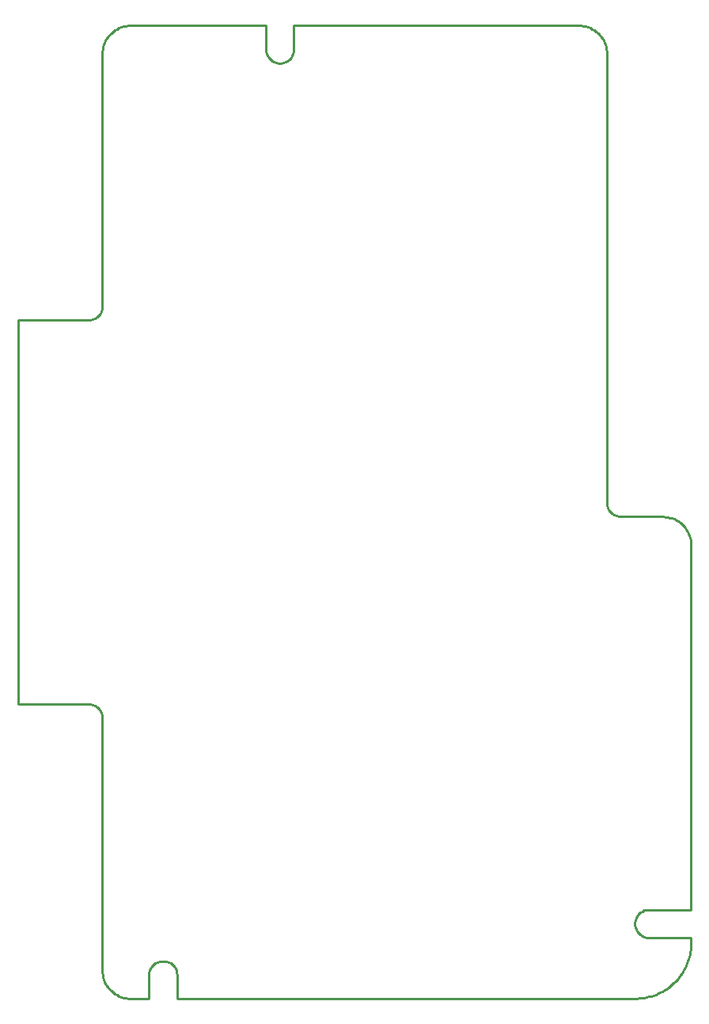
<source format=gko>
%FSLAX24Y24*%
%MOIN*%
G70*
G01*
G75*
%ADD10C,0.0090*%
%ADD11R,0.1142X0.0157*%
%ADD12R,0.0650X0.1024*%
%ADD13R,0.0079X0.0236*%
%ADD14R,0.0354X0.0118*%
%ADD15R,0.0118X0.0354*%
%ADD16R,0.0118X0.0118*%
%ADD17R,0.0709X0.0709*%
%ADD18R,0.0197X0.0138*%
%ADD19R,0.1260X0.0701*%
%ADD20R,0.1063X0.0472*%
%ADD21R,0.0630X0.0709*%
%ADD22R,0.0709X0.0630*%
%ADD23R,0.0512X0.0591*%
%ADD24R,0.0591X0.0512*%
%ADD25R,0.0394X0.0433*%
%ADD26R,0.0315X0.0551*%
%ADD27R,0.0591X0.0276*%
%ADD28R,0.0276X0.0591*%
%ADD29R,0.0591X0.0394*%
%ADD30R,0.0630X0.0630*%
%ADD31R,0.0315X0.0630*%
%ADD32R,0.0630X0.0315*%
%ADD33C,0.0056*%
%ADD34R,0.0276X0.0118*%
%ADD35R,0.0118X0.0276*%
%ADD36R,0.0276X0.0098*%
%ADD37R,0.0315X0.0098*%
%ADD38R,0.0248X0.0177*%
%ADD39R,0.0748X0.0945*%
%ADD40R,0.0413X0.0236*%
%ADD41R,0.0384X0.0079*%
%ADD42C,0.0079*%
%ADD43R,0.0384X0.0236*%
%ADD44R,0.0039X0.0157*%
%ADD45R,0.0098X0.0581*%
%ADD46O,0.0098X0.0079*%
%ADD47C,0.0011*%
%ADD48R,0.0236X0.0192*%
%ADD49R,0.0074X0.0064*%
%ADD50C,0.0010*%
%ADD51R,0.0035X0.0044*%
%ADD52R,0.0079X0.0202*%
%ADD53R,0.0226X0.0079*%
%ADD54R,0.0044X0.0035*%
%ADD55R,0.0202X0.0079*%
%ADD56R,0.0079X0.0226*%
%ADD57R,0.0192X0.0236*%
%ADD58O,0.0079X0.0098*%
%ADD59R,0.0384X0.0098*%
%ADD60R,0.0064X0.0074*%
%ADD61R,0.0482X0.0079*%
%ADD62R,0.0315X0.0079*%
%ADD63R,0.0079X0.0315*%
%ADD64R,0.0236X0.0217*%
%ADD65R,0.0098X0.0039*%
%ADD66R,0.0354X0.0315*%
%ADD67R,0.0551X0.0315*%
%ADD68R,0.0551X0.0453*%
%ADD69R,0.0236X0.0413*%
%ADD70C,0.0394*%
%ADD71R,0.2016X0.2087*%
%ADD72R,0.0236X0.0276*%
%ADD73R,0.0276X0.0236*%
%ADD74R,0.0433X0.0394*%
%ADD75R,0.0236X0.0472*%
%ADD76R,0.0157X0.0098*%
%ADD77R,0.0079X0.0197*%
%ADD78R,0.0197X0.0079*%
%ADD79R,0.0098X0.0315*%
%ADD80R,0.1457X0.1457*%
%ADD81R,0.1311X0.2756*%
%ADD82R,0.0118X0.0472*%
%ADD83C,0.0100*%
%ADD84C,0.0150*%
%ADD85C,0.0140*%
%ADD86C,0.0170*%
%ADD87C,0.0120*%
%ADD88C,0.0079*%
%ADD89C,0.0110*%
%ADD90C,0.0630*%
%ADD91C,0.0098*%
%ADD92C,0.0070*%
%ADD93C,0.0512*%
%ADD94C,0.0230*%
%ADD95C,0.0236*%
%ADD96C,0.0060*%
%ADD97C,0.0010*%
%ADD98C,0.0118*%
%ADD99R,0.0394X0.1083*%
%ADD100R,0.1033X0.0640*%
%ADD101R,0.1102X0.1102*%
%ADD102R,0.1063X0.0354*%
%ADD103R,0.0748X0.0709*%
%ADD104R,0.0630X0.1339*%
%ADD105R,0.0630X0.1358*%
%ADD106R,0.1654X0.0709*%
%ADD107R,0.0866X0.1614*%
%ADD108R,0.0453X0.0906*%
%ADD109R,0.1594X0.0610*%
%ADD110R,0.0512X0.1516*%
%ADD111R,0.2736X0.0433*%
%ADD112R,0.0787X0.0748*%
%ADD113R,0.2264X0.0689*%
%ADD114R,0.0689X0.0906*%
%ADD115R,0.0236X0.0610*%
%ADD116R,0.0177X0.0315*%
%ADD117R,0.1161X0.0787*%
%ADD118R,0.0689X0.0098*%
%ADD119R,0.0394X0.0571*%
%ADD120R,0.0728X0.0098*%
%ADD121R,0.0768X0.0335*%
%ADD122R,0.0217X0.0689*%
%ADD123R,0.0866X0.0689*%
%ADD124R,0.1319X0.0827*%
%ADD125R,0.0591X0.0276*%
%ADD126R,0.0630X0.1299*%
%ADD127R,0.0531X0.0354*%
%ADD128R,0.0177X0.0748*%
%ADD129R,0.0492X0.0236*%
%ADD130R,0.0335X0.1063*%
%ADD131R,0.0886X0.0610*%
%ADD132R,0.0512X0.0768*%
%ADD133R,0.0807X0.0551*%
%ADD134R,0.1457X0.0492*%
%ADD135R,0.0817X0.1181*%
%ADD136R,0.1801X0.0945*%
%ADD137R,0.0707X0.0295*%
%ADD138R,0.1772X0.0640*%
%ADD139C,0.0787*%
%ADD140C,0.2362*%
%ADD141C,0.0748*%
%ADD142C,0.0591*%
%ADD143C,0.0984*%
%ADD144C,0.2913*%
%ADD145C,0.0433*%
%ADD146C,0.0630*%
%ADD147C,0.0551*%
%ADD148C,0.0256*%
%ADD149C,0.0260*%
%ADD150C,0.0230*%
%ADD151C,0.0500*%
%ADD152C,0.0550*%
%ADD153C,0.0250*%
%ADD154C,0.0180*%
%ADD155C,0.0400*%
%ADD156C,0.0450*%
%ADD157C,0.0095*%
%ADD158C,0.0310*%
%ADD159C,0.0200*%
%ADD160C,0.0197*%
%ADD161R,0.0276X0.0512*%
%ADD162R,0.0738X0.0315*%
%ADD163R,0.0571X0.0315*%
%ADD164R,0.0276X0.0512*%
%ADD165R,0.1969X0.1929*%
%ADD166R,0.0640X0.0394*%
%ADD167R,0.0138X0.0315*%
%ADD168R,0.0787X0.1969*%
%ADD169R,0.1969X0.0787*%
%ADD170C,0.0020*%
%ADD171C,0.0335*%
%ADD172C,0.0354*%
%ADD173C,0.0402*%
%ADD174C,0.0128*%
%ADD175R,0.0276X0.0276*%
%ADD176R,0.0569X0.0402*%
%ADD177R,0.0394X0.2756*%
%ADD178R,0.0524X0.1575*%
%ADD179R,0.1102X0.0118*%
%ADD180R,0.0453X0.0827*%
%ADD181R,0.0157X0.0157*%
%ADD182R,0.0220X0.0161*%
%ADD183R,0.0193X0.0122*%
%ADD184R,0.0315X0.0354*%
%ADD185R,0.0181X0.0220*%
%ADD186R,0.0220X0.0181*%
%ADD187R,0.0354X0.0315*%
%ADD188R,0.0142X0.0378*%
%ADD189R,0.0173X0.0114*%
%ADD190R,0.1063X0.1063*%
%ADD191C,0.0423*%
%ADD192C,0.1211*%
%ADD193C,0.0404*%
%ADD194R,0.1173X0.0189*%
%ADD195R,0.0681X0.1055*%
%ADD196R,0.0110X0.0268*%
%ADD197R,0.0394X0.0157*%
%ADD198R,0.0157X0.0394*%
%ADD199R,0.0748X0.0748*%
%ADD200R,0.0236X0.0177*%
%ADD201R,0.1311X0.0752*%
%ADD202R,0.1114X0.0524*%
%ADD203R,0.0681X0.0760*%
%ADD204R,0.0760X0.0681*%
%ADD205R,0.0563X0.0642*%
%ADD206R,0.0642X0.0563*%
%ADD207R,0.0445X0.0484*%
%ADD208R,0.0395X0.0631*%
%ADD209R,0.0650X0.0335*%
%ADD210R,0.0335X0.0650*%
%ADD211R,0.0650X0.0453*%
%ADD212R,0.0710X0.0710*%
%ADD213R,0.0395X0.0710*%
%ADD214R,0.0710X0.0395*%
%ADD215R,0.0356X0.0198*%
%ADD216R,0.0198X0.0356*%
%ADD217R,0.0323X0.0146*%
%ADD218R,0.0362X0.0146*%
%ADD219R,0.0287X0.0217*%
%ADD220R,0.0787X0.0984*%
%ADD221R,0.0493X0.0316*%
%ADD222R,0.0423X0.0118*%
%ADD223C,0.0118*%
%ADD224R,0.0423X0.0276*%
%ADD225R,0.0138X0.0620*%
%ADD226O,0.0138X0.0118*%
%ADD227R,0.0276X0.0232*%
%ADD228R,0.0113X0.0103*%
%ADD229R,0.0074X0.0083*%
%ADD230R,0.0118X0.0241*%
%ADD231R,0.0266X0.0118*%
%ADD232R,0.0083X0.0074*%
%ADD233R,0.0241X0.0118*%
%ADD234R,0.0118X0.0266*%
%ADD235R,0.0232X0.0276*%
%ADD236O,0.0118X0.0138*%
%ADD237R,0.0423X0.0138*%
%ADD238R,0.0103X0.0113*%
%ADD239R,0.0522X0.0118*%
%ADD240R,0.0276X0.0256*%
%ADD241R,0.0138X0.0079*%
%ADD242R,0.0434X0.0395*%
%ADD243R,0.0631X0.0395*%
%ADD244R,0.0610X0.0512*%
%ADD245R,0.0316X0.0493*%
%ADD246C,0.0787*%
%ADD247R,0.0474X0.0513*%
%ADD248R,0.2096X0.2167*%
%ADD249R,0.0287X0.0327*%
%ADD250R,0.0327X0.0287*%
%ADD251R,0.0484X0.0445*%
%ADD252R,0.0118X0.0236*%
%ADD253R,0.0236X0.0118*%
%ADD254R,0.0150X0.0366*%
%ADD255R,0.0366X0.0150*%
%ADD256R,0.1508X0.1508*%
%ADD257R,0.1391X0.2836*%
%ADD258R,0.0157X0.0512*%
%ADD259C,0.0080*%
%ADD260C,0.0671*%
%ADD261C,0.1064*%
%ADD262C,0.0513*%
%ADD263C,0.0710*%
%ADD264C,0.0295*%
%ADD265C,0.0650*%
%ADD266C,0.0390*%
D10*
X420276Y397441D02*
X422047Y397441D01*
X420276Y396260D02*
X422047Y396260D01*
X419095Y413976D02*
X420866D01*
X400394Y393701D02*
Y394685D01*
X399213Y393701D02*
Y394685D01*
X398425Y393701D02*
X399213D01*
X404134Y433661D02*
Y434646D01*
X405315Y433661D02*
Y434646D01*
D83*
X420276Y397441D02*
X420178Y397433D01*
X420084Y397409D01*
X419995Y397370D01*
X419913Y397316D01*
X419841Y397250D01*
X419781Y397173D01*
X419735Y397088D01*
X419703Y396995D01*
X419687Y396899D01*
Y396802D01*
X419703Y396705D01*
X419735Y396613D01*
X419781Y396527D01*
X419841Y396450D01*
X419913Y396384D01*
X419995Y396331D01*
X420084Y396292D01*
X420178Y396268D01*
X420276Y396260D01*
X422047Y412795D02*
X422043Y412893D01*
X422031Y412990D01*
X422011Y413085D01*
X421983Y413179D01*
X421948Y413270D01*
X421905Y413357D01*
X421855Y413441D01*
X421798Y413521D01*
X421735Y413595D01*
X421666Y413664D01*
X421592Y413727D01*
X421512Y413784D01*
X421428Y413834D01*
X421341Y413877D01*
X421250Y413912D01*
X421156Y413940D01*
X421061Y413960D01*
X420964Y413972D01*
X420866Y413976D01*
X397244Y394882D02*
X397248Y394784D01*
X397260Y394688D01*
X397280Y394592D01*
X397308Y394498D01*
X397344Y394407D01*
X397386Y394320D01*
X397436Y394236D01*
X397493Y394156D01*
X397556Y394082D01*
X397625Y394013D01*
X397700Y393950D01*
X397779Y393893D01*
X397863Y393843D01*
X397951Y393800D01*
X398042Y393765D01*
X398135Y393737D01*
X398231Y393717D01*
X398328Y393705D01*
X398425Y393701D01*
Y434646D02*
X398328Y434642D01*
X398231Y434630D01*
X398135Y434610D01*
X398042Y434582D01*
X397951Y434546D01*
X397863Y434503D01*
X397779Y434453D01*
X397700Y434397D01*
X397625Y434334D01*
X397556Y434264D01*
X397493Y434190D01*
X397436Y434111D01*
X397386Y434027D01*
X397344Y433939D01*
X397308Y433848D01*
X397280Y433755D01*
X397260Y433659D01*
X397248Y433562D01*
X397244Y433465D01*
X396654Y422244D02*
X396756Y422253D01*
X396856Y422280D01*
X396949Y422323D01*
X397033Y422382D01*
X397106Y422455D01*
X397165Y422539D01*
X397208Y422633D01*
X397235Y422732D01*
X397244Y422835D01*
Y405512D02*
X397235Y405614D01*
X397208Y405714D01*
X397165Y405807D01*
X397106Y405891D01*
X397033Y405964D01*
X396949Y406023D01*
X396856Y406067D01*
X396756Y406093D01*
X396654Y406102D01*
X419685Y393701D02*
X419785Y393703D01*
X419885Y393709D01*
X419985Y393720D01*
X420084Y393735D01*
X420183Y393754D01*
X420280Y393777D01*
X420377Y393804D01*
X420472Y393836D01*
X420566Y393871D01*
X420658Y393910D01*
X420749Y393954D01*
X420837Y394001D01*
X420924Y394052D01*
X421008Y394106D01*
X421090Y394164D01*
X421169Y394225D01*
X421246Y394290D01*
X421320Y394358D01*
X421390Y394428D01*
X421458Y394502D01*
X421523Y394579D01*
X421584Y394658D01*
X421642Y394740D01*
X421697Y394824D01*
X421747Y394911D01*
X421794Y395000D01*
X421838Y395090D01*
X421877Y395182D01*
X421912Y395276D01*
X421944Y395371D01*
X421971Y395468D01*
X421994Y395565D01*
X422013Y395664D01*
X422028Y395763D01*
X422039Y395863D01*
X422045Y395963D01*
X422047Y396063D01*
X418504Y433465D02*
X418500Y433562D01*
X418488Y433659D01*
X418468Y433755D01*
X418440Y433848D01*
X418404Y433939D01*
X418362Y434027D01*
X418312Y434111D01*
X418255Y434190D01*
X418192Y434264D01*
X418123Y434334D01*
X418048Y434397D01*
X417969Y434453D01*
X417885Y434503D01*
X417797Y434546D01*
X417706Y434582D01*
X417613Y434610D01*
X417517Y434630D01*
X417420Y434642D01*
X417323Y434646D01*
X418504Y414567D02*
X418513Y414464D01*
X418540Y414365D01*
X418583Y414272D01*
X418642Y414187D01*
X418715Y414115D01*
X418799Y414055D01*
X418893Y414012D01*
X418992Y413985D01*
X419095Y413976D01*
X400394Y394685D02*
X400386Y394782D01*
X400362Y394877D01*
X400323Y394966D01*
X400269Y395048D01*
X400203Y395120D01*
X400126Y395179D01*
X400040Y395226D01*
X399948Y395258D01*
X399852Y395274D01*
X399754D01*
X399658Y395258D01*
X399566Y395226D01*
X399480Y395179D01*
X399403Y395120D01*
X399337Y395048D01*
X399284Y394966D01*
X399245Y394877D01*
X399221Y394782D01*
X399213Y394685D01*
X404134Y433661D02*
X404142Y433564D01*
X404166Y433470D01*
X404205Y433380D01*
X404258Y433299D01*
X404324Y433227D01*
X404401Y433167D01*
X404487Y433121D01*
X404579Y433089D01*
X404676Y433073D01*
X404773D01*
X404869Y433089D01*
X404962Y433121D01*
X405047Y433167D01*
X405124Y433227D01*
X405190Y433299D01*
X405244Y433380D01*
X405283Y433470D01*
X405307Y433564D01*
X405315Y433661D01*
X422047Y396063D02*
Y396260D01*
X418504Y414567D02*
Y433465D01*
X393701Y422244D02*
X393701Y406102D01*
X405315Y434646D02*
X417323Y434646D01*
X397244Y422835D02*
Y433465D01*
X393701Y422244D02*
X396654D01*
X400394Y393701D02*
X419685Y393701D01*
X397244Y394882D02*
Y405512D01*
X393701Y406102D02*
X396654D01*
X422047Y397441D02*
Y412795D01*
X398425Y434646D02*
X404134D01*
M02*

</source>
